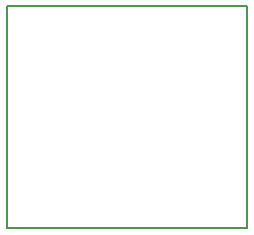
<source format=gm1>
G04 #@! TF.FileFunction,Profile,NP*
%FSLAX46Y46*%
G04 Gerber Fmt 4.6, Leading zero omitted, Abs format (unit mm)*
G04 Created by KiCad (PCBNEW 4.0.7) date 03/27/20 13:09:03*
%MOMM*%
%LPD*%
G01*
G04 APERTURE LIST*
%ADD10C,0.100000*%
%ADD11C,0.150000*%
G04 APERTURE END LIST*
D10*
D11*
X118300000Y-103750000D02*
X138650000Y-103750000D01*
X118300000Y-122600000D02*
X118300000Y-103750000D01*
X138650000Y-122600000D02*
X118300000Y-122600000D01*
X138650000Y-103750000D02*
X138650000Y-122600000D01*
M02*

</source>
